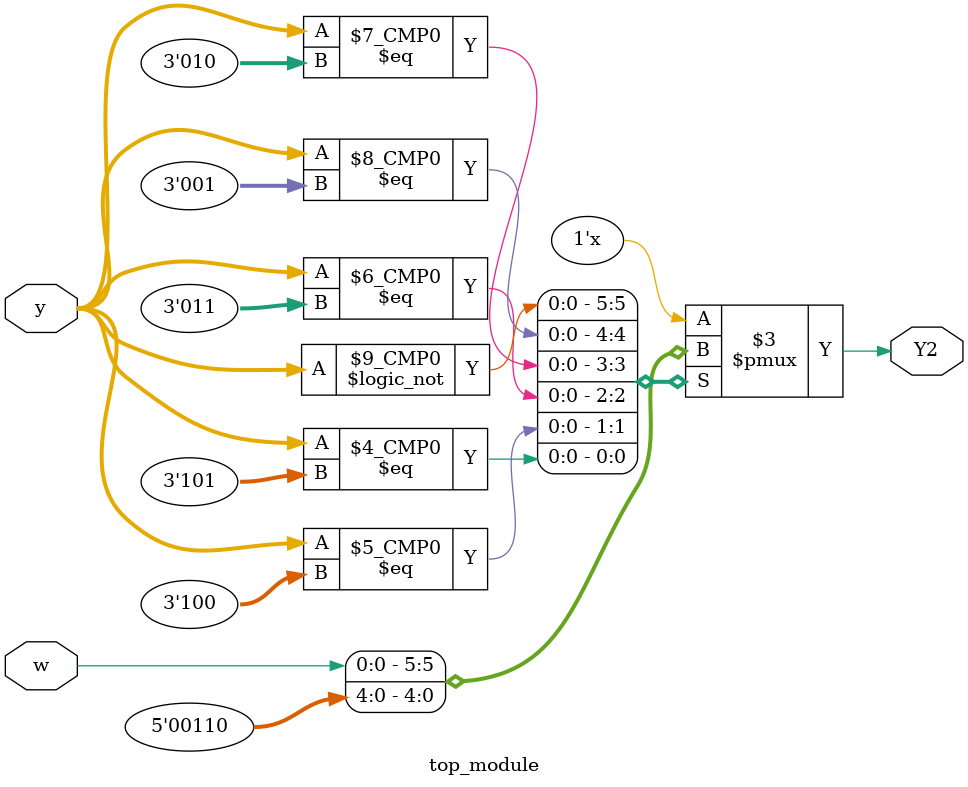
<source format=sv>
module top_module(
    input [3:1] y,
    input w,
    output reg Y2
);

always @(*) begin
    case (y)
        3'b000: Y2 = w; // State A
        3'b001: Y2 = 1'b0; // State B
        3'b010: Y2 = 1'b0; // State C
        3'b011: Y2 = 1'b1; // State D
        3'b100: Y2 = 1'b1; // State E
        3'b101: Y2 = 1'b0; // State F
        default: Y2 = 1'bx; // Invalid state
    endcase
end

endmodule

</source>
